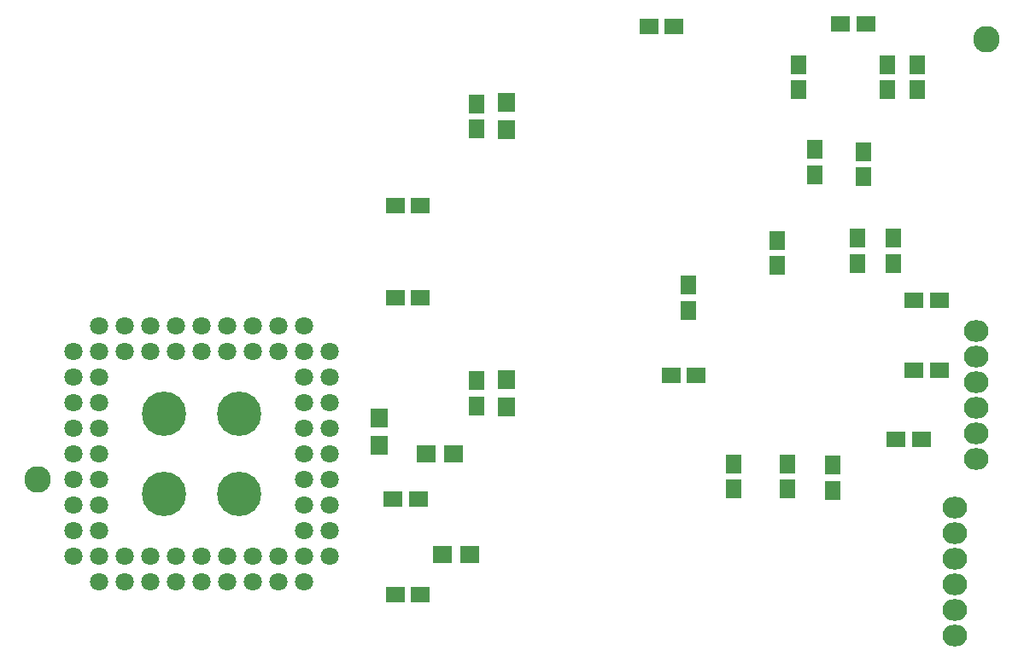
<source format=gbr>
G04 #@! TF.GenerationSoftware,KiCad,Pcbnew,(2017-11-24 revision a01d81e4b)-master*
G04 #@! TF.CreationDate,2018-01-27T17:30:05+01:00*
G04 #@! TF.ProjectId,phram_1,706872616D5F312E6B696361645F7063,rev?*
G04 #@! TF.SameCoordinates,Original*
G04 #@! TF.FileFunction,Soldermask,Bot*
G04 #@! TF.FilePolarity,Negative*
%FSLAX46Y46*%
G04 Gerber Fmt 4.6, Leading zero omitted, Abs format (unit mm)*
G04 Created by KiCad (PCBNEW (2017-11-24 revision a01d81e4b)-master) date Sat Jan 27 17:30:05 2018*
%MOMM*%
%LPD*%
G01*
G04 APERTURE LIST*
%ADD10C,1.800000*%
%ADD11R,1.900000X1.700000*%
%ADD12R,1.700000X1.900000*%
%ADD13R,1.900000X1.650000*%
%ADD14R,1.650000X1.900000*%
%ADD15O,2.432000X2.127200*%
%ADD16C,2.635200*%
%ADD17C,4.400000*%
G04 APERTURE END LIST*
D10*
X68780000Y-82305000D03*
X66240000Y-84845000D03*
X66240000Y-82305000D03*
X63700000Y-84845000D03*
X63700000Y-82305000D03*
X61160000Y-84845000D03*
X61160000Y-82305000D03*
X58620000Y-84845000D03*
X58620000Y-82305000D03*
X56080000Y-84845000D03*
X58620000Y-87385000D03*
X56080000Y-87385000D03*
X58620000Y-89925000D03*
X56080000Y-89925000D03*
X58620000Y-92465000D03*
X56080000Y-92465000D03*
X58620000Y-95005000D03*
X56080000Y-95005000D03*
X58620000Y-97545000D03*
X56080000Y-97545000D03*
X58620000Y-100085000D03*
X56080000Y-100085000D03*
X58620000Y-102625000D03*
X56080000Y-102625000D03*
X58620000Y-105165000D03*
X56080000Y-105165000D03*
X58620000Y-107705000D03*
X61160000Y-105165000D03*
X61160000Y-107705000D03*
X63700000Y-105165000D03*
X63700000Y-107705000D03*
X66240000Y-105165000D03*
X66240000Y-107705000D03*
X68780000Y-105165000D03*
X68780000Y-107705000D03*
X71320000Y-105165000D03*
X71320000Y-107705000D03*
X73860000Y-105165000D03*
X73860000Y-107705000D03*
X76400000Y-105165000D03*
X76400000Y-107705000D03*
X78940000Y-105165000D03*
X78940000Y-107705000D03*
X81480000Y-105165000D03*
X78940000Y-102625000D03*
X81480000Y-102625000D03*
X78940000Y-100085000D03*
X81480000Y-100085000D03*
X78940000Y-97545000D03*
X81480000Y-97545000D03*
X78940000Y-95005000D03*
X81480000Y-95005000D03*
X78940000Y-92465000D03*
X81480000Y-92465000D03*
X78940000Y-89925000D03*
X81480000Y-89925000D03*
X78940000Y-87385000D03*
X81480000Y-87385000D03*
X78940000Y-84845000D03*
X81480000Y-84845000D03*
X78940000Y-82305000D03*
X76400000Y-84845000D03*
X76400000Y-82305000D03*
X73860000Y-84845000D03*
X73860000Y-82305000D03*
X71320000Y-84845000D03*
X71320000Y-82305000D03*
X68780000Y-84845000D03*
D11*
X95350000Y-105000000D03*
X92650000Y-105000000D03*
X93700000Y-95000000D03*
X91000000Y-95000000D03*
D12*
X99000000Y-90350000D03*
X99000000Y-87650000D03*
X99000000Y-62850000D03*
X99000000Y-60150000D03*
D13*
X117800000Y-87200000D03*
X115300000Y-87200000D03*
X90250000Y-99500000D03*
X87750000Y-99500000D03*
X90424000Y-70358000D03*
X87924000Y-70358000D03*
D14*
X96000000Y-60250000D03*
X96000000Y-62750000D03*
D13*
X115570000Y-52578000D03*
X113070000Y-52578000D03*
X90424000Y-79502000D03*
X87924000Y-79502000D03*
D14*
X125800000Y-76300000D03*
X125800000Y-73800000D03*
X96012000Y-87750000D03*
X96012000Y-90250000D03*
X129555000Y-64790000D03*
X129555000Y-67290000D03*
X134355000Y-65024000D03*
X134355000Y-67524000D03*
X136755000Y-56388000D03*
X136755000Y-58888000D03*
X139700000Y-56388000D03*
X139700000Y-58888000D03*
X121500000Y-96000000D03*
X121500000Y-98500000D03*
X133800000Y-76100000D03*
X133800000Y-73600000D03*
D13*
X132080000Y-52324000D03*
X134580000Y-52324000D03*
D14*
X127955000Y-56388000D03*
X127955000Y-58888000D03*
D13*
X139400000Y-86700000D03*
X141900000Y-86700000D03*
X90424000Y-108966000D03*
X87924000Y-108966000D03*
D14*
X137300000Y-76100000D03*
X137300000Y-73600000D03*
D13*
X139400000Y-79800000D03*
X141900000Y-79800000D03*
D14*
X126800000Y-96000000D03*
X126800000Y-98500000D03*
X131300000Y-96100000D03*
X131300000Y-98600000D03*
X117045000Y-78245000D03*
X117045000Y-80745000D03*
D15*
X143415000Y-100330000D03*
X143415000Y-102870000D03*
X143415000Y-105410000D03*
X143415000Y-107950000D03*
X143415000Y-110490000D03*
X143415000Y-113030000D03*
D13*
X137600000Y-93600000D03*
X140100000Y-93600000D03*
D15*
X145542000Y-82804000D03*
X145542000Y-85344000D03*
X145542000Y-87884000D03*
X145542000Y-90424000D03*
X145542000Y-92964000D03*
X145542000Y-95504000D03*
D16*
X146558000Y-53848000D03*
D12*
X86360000Y-94140000D03*
X86360000Y-91440000D03*
D17*
X65000000Y-91000000D03*
X72500000Y-91000000D03*
X72500000Y-99000000D03*
X65000000Y-99000000D03*
D16*
X52500000Y-97545000D03*
M02*

</source>
